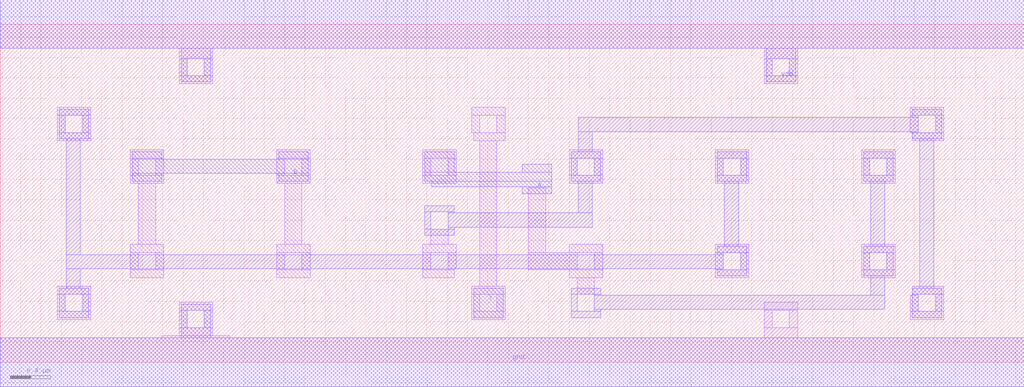
<source format=lef>
VERSION 5.7 ;
  NOWIREEXTENSIONATPIN ON ;
  DIVIDERCHAR "/" ;
  BUSBITCHARS "[]" ;
MACRO XNOR2X1
  CLASS CORE ;
  FOREIGN XNOR2X1 ;
  ORIGIN 0.000 0.000 ;
  SIZE 10.080 BY 3.330 ;
  SYMMETRY X Y R90 ;
  SITE unit ;
  PIN vdd
    DIRECTION INOUT ;
    USE POWER ;
    SHAPE ABUTMENT ;
    PORT
      LAYER met1 ;
        RECT 0.000 3.090 10.080 3.570 ;
        RECT 1.780 2.990 2.070 3.090 ;
        RECT 1.780 2.820 1.840 2.990 ;
        RECT 2.010 2.820 2.070 2.990 ;
        RECT 1.780 2.760 2.070 2.820 ;
        RECT 7.540 2.990 7.830 3.090 ;
        RECT 7.540 2.820 7.600 2.990 ;
        RECT 7.770 2.820 7.830 2.990 ;
        RECT 7.540 2.760 7.830 2.820 ;
    END
    PORT
      LAYER li1 ;
        RECT 0.000 3.090 10.080 3.570 ;
        RECT 1.760 2.990 2.090 3.090 ;
        RECT 1.760 2.820 1.840 2.990 ;
        RECT 2.010 2.820 2.090 2.990 ;
        RECT 1.760 2.740 2.090 2.820 ;
        RECT 7.520 2.990 7.850 3.090 ;
        RECT 7.520 2.820 7.600 2.990 ;
        RECT 7.770 2.820 7.850 2.990 ;
        RECT 7.520 2.740 7.850 2.820 ;
    END
  END vdd
  PIN gnd
    DIRECTION INOUT ;
    USE GROUND ;
    SHAPE ABUTMENT ;
    PORT
      LAYER met1 ;
        RECT 1.780 0.510 2.070 0.570 ;
        RECT 1.780 0.340 1.840 0.510 ;
        RECT 2.010 0.340 2.070 0.510 ;
        RECT 1.780 0.240 2.070 0.340 ;
        RECT 0.000 -0.240 10.080 0.240 ;
    END
    PORT
      LAYER li1 ;
        RECT 1.760 0.510 2.090 0.590 ;
        RECT 1.760 0.340 1.840 0.510 ;
        RECT 2.010 0.340 2.090 0.510 ;
        RECT 1.760 0.260 2.090 0.340 ;
        RECT 7.520 0.510 7.850 0.590 ;
        RECT 7.520 0.340 7.600 0.510 ;
        RECT 7.770 0.340 7.850 0.510 ;
        RECT 1.590 0.240 2.260 0.260 ;
        RECT 7.520 0.240 7.850 0.340 ;
        RECT 0.000 -0.240 10.080 0.240 ;
    END
  END gnd
  PIN Y
    DIRECTION INOUT ;
    USE SIGNAL ;
    SHAPE ABUTMENT ;
    PORT
      LAYER met1 ;
        RECT 4.660 0.440 4.950 0.730 ;
    END
  END Y
  PIN B
    DIRECTION INOUT ;
    USE SIGNAL ;
    SHAPE ABUTMENT ;
    PORT
      LAYER met1 ;
        RECT 1.300 2.000 1.590 2.070 ;
        RECT 2.740 2.000 3.030 2.070 ;
        RECT 1.300 1.860 3.030 2.000 ;
        RECT 1.300 1.780 1.590 1.860 ;
        RECT 2.740 1.780 3.030 1.860 ;
    END
  END B
  PIN A
    DIRECTION INOUT ;
    USE SIGNAL ;
    SHAPE ABUTMENT ;
    PORT
      LAYER met1 ;
        RECT 4.180 1.870 4.470 2.070 ;
        RECT 5.140 1.870 5.430 1.950 ;
        RECT 4.180 1.780 5.430 1.870 ;
        RECT 4.250 1.730 5.430 1.780 ;
        RECT 5.140 1.660 5.430 1.730 ;
    END
  END A
  OBS
      LAYER li1 ;
        RECT 0.560 2.430 0.890 2.510 ;
        RECT 0.560 2.260 0.640 2.430 ;
        RECT 0.810 2.260 0.890 2.430 ;
        RECT 4.640 2.430 4.970 2.510 ;
        RECT 4.640 2.260 4.720 2.430 ;
        RECT 4.890 2.260 4.970 2.430 ;
        RECT 8.960 2.430 9.290 2.510 ;
        RECT 8.960 2.260 9.040 2.430 ;
        RECT 9.210 2.260 9.290 2.430 ;
        RECT 0.560 2.180 0.890 2.260 ;
        RECT 4.660 2.180 4.970 2.260 ;
        RECT 8.980 2.180 9.290 2.260 ;
        RECT 1.280 2.010 1.610 2.090 ;
        RECT 1.280 1.840 1.360 2.010 ;
        RECT 1.530 1.840 1.610 2.010 ;
        RECT 1.280 1.760 1.610 1.840 ;
        RECT 2.720 2.010 3.050 2.090 ;
        RECT 2.720 1.840 2.800 2.010 ;
        RECT 2.970 1.840 3.050 2.010 ;
        RECT 2.720 1.760 3.050 1.840 ;
        RECT 4.160 2.010 4.490 2.090 ;
        RECT 4.160 1.840 4.240 2.010 ;
        RECT 4.410 1.840 4.490 2.010 ;
        RECT 4.160 1.760 4.490 1.840 ;
        RECT 1.360 1.160 1.530 1.760 ;
        RECT 2.800 1.160 2.970 1.760 ;
        RECT 4.240 1.160 4.410 1.310 ;
        RECT 1.280 1.080 1.610 1.160 ;
        RECT 1.280 0.910 1.360 1.080 ;
        RECT 1.530 0.910 1.610 1.080 ;
        RECT 1.280 0.830 1.610 0.910 ;
        RECT 2.720 1.080 3.050 1.160 ;
        RECT 2.720 0.910 2.800 1.080 ;
        RECT 2.970 0.910 3.050 1.080 ;
        RECT 2.720 0.830 3.050 0.910 ;
        RECT 4.160 1.080 4.490 1.160 ;
        RECT 4.160 0.910 4.240 1.080 ;
        RECT 4.410 0.920 4.490 1.080 ;
        RECT 4.410 0.910 4.470 0.920 ;
        RECT 4.160 0.830 4.470 0.910 ;
        RECT 4.720 0.750 4.890 2.180 ;
        RECT 5.600 2.010 5.930 2.090 ;
        RECT 5.600 1.840 5.680 2.010 ;
        RECT 5.850 1.840 5.930 2.010 ;
        RECT 5.600 1.760 5.930 1.840 ;
        RECT 7.040 2.010 7.370 2.090 ;
        RECT 7.040 1.840 7.120 2.010 ;
        RECT 7.290 1.840 7.370 2.010 ;
        RECT 7.040 1.760 7.370 1.840 ;
        RECT 8.480 2.010 8.810 2.090 ;
        RECT 8.480 1.840 8.560 2.010 ;
        RECT 8.730 1.840 8.810 2.010 ;
        RECT 8.480 1.760 8.810 1.840 ;
        RECT 5.200 1.080 5.370 1.720 ;
        RECT 5.600 1.080 5.930 1.160 ;
        RECT 5.200 0.910 5.680 1.080 ;
        RECT 5.850 0.910 5.930 1.080 ;
        RECT 5.600 0.830 5.930 0.910 ;
        RECT 7.040 1.080 7.370 1.160 ;
        RECT 7.040 0.910 7.120 1.080 ;
        RECT 7.290 0.910 7.370 1.080 ;
        RECT 7.040 0.830 7.370 0.910 ;
        RECT 8.480 1.080 8.810 1.160 ;
        RECT 8.480 0.910 8.560 1.080 ;
        RECT 8.730 0.910 8.810 1.080 ;
        RECT 8.480 0.830 8.810 0.910 ;
        RECT 0.560 0.670 0.890 0.750 ;
        RECT 0.560 0.500 0.640 0.670 ;
        RECT 0.810 0.500 0.890 0.670 ;
        RECT 0.560 0.420 0.890 0.500 ;
        RECT 4.640 0.670 4.970 0.750 ;
        RECT 5.680 0.670 5.850 0.830 ;
        RECT 8.980 0.670 9.290 0.750 ;
        RECT 4.640 0.500 4.720 0.670 ;
        RECT 4.890 0.500 4.970 0.670 ;
        RECT 8.980 0.660 9.040 0.670 ;
        RECT 4.640 0.420 4.970 0.500 ;
        RECT 8.960 0.500 9.040 0.660 ;
        RECT 9.210 0.500 9.290 0.670 ;
        RECT 8.960 0.420 9.290 0.500 ;
      LAYER met1 ;
        RECT 0.580 2.430 0.870 2.490 ;
        RECT 0.580 2.260 0.640 2.430 ;
        RECT 0.810 2.260 0.870 2.430 ;
        RECT 8.980 2.430 9.270 2.490 ;
        RECT 8.980 2.410 9.040 2.430 ;
        RECT 0.580 2.200 0.870 2.260 ;
        RECT 5.690 2.270 9.040 2.410 ;
        RECT 0.650 1.060 0.790 2.200 ;
        RECT 5.690 2.070 5.830 2.270 ;
        RECT 8.980 2.260 9.040 2.270 ;
        RECT 9.210 2.260 9.270 2.430 ;
        RECT 8.980 2.200 9.270 2.260 ;
        RECT 5.620 2.010 5.910 2.070 ;
        RECT 5.620 1.840 5.680 2.010 ;
        RECT 5.850 1.840 5.910 2.010 ;
        RECT 5.620 1.780 5.910 1.840 ;
        RECT 7.060 2.010 7.350 2.070 ;
        RECT 7.060 1.840 7.120 2.010 ;
        RECT 7.290 1.840 7.350 2.010 ;
        RECT 7.060 1.780 7.350 1.840 ;
        RECT 8.500 2.010 8.790 2.070 ;
        RECT 8.500 1.840 8.560 2.010 ;
        RECT 8.730 1.840 8.790 2.010 ;
        RECT 8.500 1.780 8.790 1.840 ;
        RECT 4.180 1.480 4.470 1.540 ;
        RECT 4.180 1.310 4.240 1.480 ;
        RECT 4.410 1.470 4.470 1.480 ;
        RECT 5.690 1.470 5.830 1.780 ;
        RECT 4.410 1.330 5.830 1.470 ;
        RECT 4.410 1.310 4.470 1.330 ;
        RECT 4.180 1.250 4.470 1.310 ;
        RECT 7.130 1.140 7.270 1.780 ;
        RECT 8.570 1.140 8.710 1.780 ;
        RECT 7.060 1.080 7.350 1.140 ;
        RECT 7.060 1.060 7.120 1.080 ;
        RECT 0.650 0.920 7.120 1.060 ;
        RECT 0.650 0.730 0.790 0.920 ;
        RECT 7.060 0.910 7.120 0.920 ;
        RECT 7.290 0.910 7.350 1.080 ;
        RECT 7.060 0.850 7.350 0.910 ;
        RECT 8.500 1.080 8.790 1.140 ;
        RECT 8.500 0.910 8.560 1.080 ;
        RECT 8.730 0.910 8.790 1.080 ;
        RECT 8.500 0.850 8.790 0.910 ;
        RECT 0.580 0.670 0.870 0.730 ;
        RECT 0.580 0.500 0.640 0.670 ;
        RECT 0.810 0.500 0.870 0.670 ;
        RECT 0.580 0.440 0.870 0.500 ;
        RECT 5.620 0.670 5.910 0.730 ;
        RECT 5.620 0.500 5.680 0.670 ;
        RECT 5.850 0.660 5.910 0.670 ;
        RECT 8.570 0.660 8.710 0.850 ;
        RECT 9.050 0.730 9.190 2.200 ;
        RECT 5.850 0.520 8.710 0.660 ;
        RECT 8.980 0.670 9.270 0.730 ;
        RECT 5.850 0.500 5.910 0.520 ;
        RECT 5.620 0.440 5.910 0.500 ;
        RECT 8.980 0.500 9.040 0.670 ;
        RECT 9.210 0.500 9.270 0.670 ;
        RECT 8.980 0.440 9.270 0.500 ;
  END
END XNOR2X1
END LIBRARY


</source>
